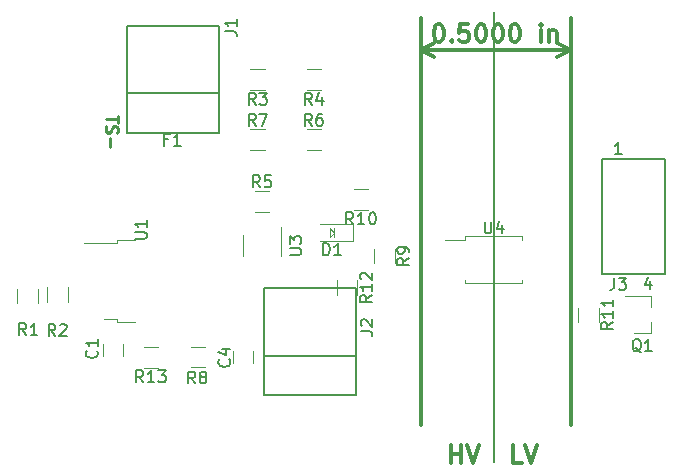
<source format=gbr>
G04 #@! TF.FileFunction,Legend,Top*
%FSLAX46Y46*%
G04 Gerber Fmt 4.6, Leading zero omitted, Abs format (unit mm)*
G04 Created by KiCad (PCBNEW 4.0.7) date 04/23/18 21:55:39*
%MOMM*%
%LPD*%
G01*
G04 APERTURE LIST*
%ADD10C,0.100000*%
%ADD11C,0.254000*%
%ADD12C,0.300000*%
%ADD13C,0.200000*%
%ADD14C,0.120000*%
%ADD15C,0.150000*%
G04 APERTURE END LIST*
D10*
D11*
X133701972Y-99533660D02*
X133701972Y-100114231D01*
X132685972Y-99823946D02*
X133701972Y-99823946D01*
X132734353Y-100404517D02*
X132685972Y-100549660D01*
X132685972Y-100791564D01*
X132734353Y-100888326D01*
X132782734Y-100936707D01*
X132879496Y-100985088D01*
X132976258Y-100985088D01*
X133073020Y-100936707D01*
X133121401Y-100888326D01*
X133169781Y-100791564D01*
X133218162Y-100598041D01*
X133266543Y-100501279D01*
X133314924Y-100452898D01*
X133411686Y-100404517D01*
X133508448Y-100404517D01*
X133605210Y-100452898D01*
X133653591Y-100501279D01*
X133701972Y-100598041D01*
X133701972Y-100839945D01*
X133653591Y-100985088D01*
X133073020Y-101420517D02*
X133073020Y-102194612D01*
D12*
X160814186Y-91780278D02*
X160957043Y-91780278D01*
X161099900Y-91851707D01*
X161171329Y-91923136D01*
X161242758Y-92065993D01*
X161314186Y-92351707D01*
X161314186Y-92708850D01*
X161242758Y-92994564D01*
X161171329Y-93137421D01*
X161099900Y-93208850D01*
X160957043Y-93280278D01*
X160814186Y-93280278D01*
X160671329Y-93208850D01*
X160599900Y-93137421D01*
X160528472Y-92994564D01*
X160457043Y-92708850D01*
X160457043Y-92351707D01*
X160528472Y-92065993D01*
X160599900Y-91923136D01*
X160671329Y-91851707D01*
X160814186Y-91780278D01*
X161957043Y-93137421D02*
X162028471Y-93208850D01*
X161957043Y-93280278D01*
X161885614Y-93208850D01*
X161957043Y-93137421D01*
X161957043Y-93280278D01*
X163385615Y-91780278D02*
X162671329Y-91780278D01*
X162599900Y-92494564D01*
X162671329Y-92423136D01*
X162814186Y-92351707D01*
X163171329Y-92351707D01*
X163314186Y-92423136D01*
X163385615Y-92494564D01*
X163457043Y-92637421D01*
X163457043Y-92994564D01*
X163385615Y-93137421D01*
X163314186Y-93208850D01*
X163171329Y-93280278D01*
X162814186Y-93280278D01*
X162671329Y-93208850D01*
X162599900Y-93137421D01*
X164385614Y-91780278D02*
X164528471Y-91780278D01*
X164671328Y-91851707D01*
X164742757Y-91923136D01*
X164814186Y-92065993D01*
X164885614Y-92351707D01*
X164885614Y-92708850D01*
X164814186Y-92994564D01*
X164742757Y-93137421D01*
X164671328Y-93208850D01*
X164528471Y-93280278D01*
X164385614Y-93280278D01*
X164242757Y-93208850D01*
X164171328Y-93137421D01*
X164099900Y-92994564D01*
X164028471Y-92708850D01*
X164028471Y-92351707D01*
X164099900Y-92065993D01*
X164171328Y-91923136D01*
X164242757Y-91851707D01*
X164385614Y-91780278D01*
X165814185Y-91780278D02*
X165957042Y-91780278D01*
X166099899Y-91851707D01*
X166171328Y-91923136D01*
X166242757Y-92065993D01*
X166314185Y-92351707D01*
X166314185Y-92708850D01*
X166242757Y-92994564D01*
X166171328Y-93137421D01*
X166099899Y-93208850D01*
X165957042Y-93280278D01*
X165814185Y-93280278D01*
X165671328Y-93208850D01*
X165599899Y-93137421D01*
X165528471Y-92994564D01*
X165457042Y-92708850D01*
X165457042Y-92351707D01*
X165528471Y-92065993D01*
X165599899Y-91923136D01*
X165671328Y-91851707D01*
X165814185Y-91780278D01*
X167242756Y-91780278D02*
X167385613Y-91780278D01*
X167528470Y-91851707D01*
X167599899Y-91923136D01*
X167671328Y-92065993D01*
X167742756Y-92351707D01*
X167742756Y-92708850D01*
X167671328Y-92994564D01*
X167599899Y-93137421D01*
X167528470Y-93208850D01*
X167385613Y-93280278D01*
X167242756Y-93280278D01*
X167099899Y-93208850D01*
X167028470Y-93137421D01*
X166957042Y-92994564D01*
X166885613Y-92708850D01*
X166885613Y-92351707D01*
X166957042Y-92065993D01*
X167028470Y-91923136D01*
X167099899Y-91851707D01*
X167242756Y-91780278D01*
X169528470Y-93280278D02*
X169528470Y-92280278D01*
X169528470Y-91780278D02*
X169457041Y-91851707D01*
X169528470Y-91923136D01*
X169599898Y-91851707D01*
X169528470Y-91780278D01*
X169528470Y-91923136D01*
X170242756Y-92280278D02*
X170242756Y-93280278D01*
X170242756Y-92423136D02*
X170314184Y-92351707D01*
X170457042Y-92280278D01*
X170671327Y-92280278D01*
X170814184Y-92351707D01*
X170885613Y-92494564D01*
X170885613Y-93280278D01*
X172057042Y-93951707D02*
X159357042Y-93951707D01*
X172057042Y-125701707D02*
X172057042Y-91251707D01*
X159357042Y-125701707D02*
X159357042Y-91251707D01*
X159357042Y-93951707D02*
X160483546Y-93365286D01*
X159357042Y-93951707D02*
X160483546Y-94538128D01*
X172057042Y-93951707D02*
X170930538Y-93365286D01*
X172057042Y-93951707D02*
X170930538Y-94538128D01*
X167892020Y-128920278D02*
X167177734Y-128920278D01*
X167177734Y-127420278D01*
X168177734Y-127420278D02*
X168677734Y-128920278D01*
X169177734Y-127420278D01*
X161919163Y-128920278D02*
X161919163Y-127420278D01*
X161919163Y-128134564D02*
X162776306Y-128134564D01*
X162776306Y-128920278D02*
X162776306Y-127420278D01*
X163276306Y-127420278D02*
X163776306Y-128920278D01*
X164276306Y-127420278D01*
D13*
X165530591Y-90776707D02*
X165530591Y-128876707D01*
D10*
X152015800Y-109073200D02*
X152015800Y-109423200D01*
X152015800Y-109423200D02*
X152015800Y-109773200D01*
X151665800Y-109073200D02*
X152015800Y-109423200D01*
X151665800Y-109123200D02*
X151665800Y-109073200D01*
X151665800Y-109073200D02*
X151665800Y-109123200D01*
X151665800Y-109773200D02*
X151665800Y-109123200D01*
X151715800Y-109723200D02*
X151665800Y-109773200D01*
X152015800Y-109423200D02*
X151715800Y-109723200D01*
D14*
X153615800Y-110123200D02*
X153615800Y-108723200D01*
X153615800Y-108723200D02*
X150815800Y-108723200D01*
X153615800Y-110123200D02*
X150815800Y-110123200D01*
X134149200Y-119864000D02*
X134149200Y-118864000D01*
X132449200Y-118864000D02*
X132449200Y-119864000D01*
X143422000Y-119489600D02*
X143422000Y-120489600D01*
X145122000Y-120489600D02*
X145122000Y-119489600D01*
D15*
X134480591Y-97641707D02*
X134480591Y-100951707D01*
X134480591Y-100951707D02*
X142280591Y-100951707D01*
X142280591Y-100951707D02*
X142280591Y-97641707D01*
X142280591Y-97641707D02*
X142280591Y-91919707D01*
X134480591Y-97641707D02*
X134480591Y-91919707D01*
X142280591Y-97641707D02*
X134480591Y-97641707D01*
X142280591Y-91919707D02*
X134480591Y-91919707D01*
X146108591Y-119866707D02*
X146108591Y-123176707D01*
X146108591Y-123176707D02*
X153908591Y-123176707D01*
X153908591Y-123176707D02*
X153908591Y-119866707D01*
X153908591Y-119866707D02*
X153908591Y-114144707D01*
X146108591Y-119866707D02*
X146108591Y-114144707D01*
X153908591Y-119866707D02*
X146108591Y-119866707D01*
X153908591Y-114144707D02*
X146108591Y-114144707D01*
D14*
X178847591Y-117949707D02*
X178847591Y-117019707D01*
X178847591Y-114789707D02*
X178847591Y-115719707D01*
X178847591Y-114789707D02*
X176687591Y-114789707D01*
X178847591Y-117949707D02*
X177387591Y-117949707D01*
X126924256Y-114186994D02*
X126924256Y-115386994D01*
X125164256Y-115386994D02*
X125164256Y-114186994D01*
X127704256Y-115259994D02*
X127704256Y-114059994D01*
X129464256Y-114059994D02*
X129464256Y-115259994D01*
X144930591Y-95611707D02*
X146130591Y-95611707D01*
X146130591Y-97371707D02*
X144930591Y-97371707D01*
X149690591Y-95611707D02*
X150890591Y-95611707D01*
X150890591Y-97371707D02*
X149690591Y-97371707D01*
X146512800Y-107661600D02*
X145312800Y-107661600D01*
X145312800Y-105901600D02*
X146512800Y-105901600D01*
X150890591Y-102451707D02*
X149690591Y-102451707D01*
X149690591Y-100691707D02*
X150890591Y-100691707D01*
X146130591Y-102451707D02*
X144930591Y-102451707D01*
X144930591Y-100691707D02*
X146130591Y-100691707D01*
X139862000Y-119084200D02*
X141062000Y-119084200D01*
X141062000Y-120844200D02*
X139862000Y-120844200D01*
X155379591Y-112016707D02*
X155379591Y-110816707D01*
X157139591Y-110816707D02*
X157139591Y-112016707D01*
X153679600Y-105723800D02*
X154879600Y-105723800D01*
X154879600Y-107483800D02*
X153679600Y-107483800D01*
X172651591Y-116969707D02*
X172651591Y-115769707D01*
X174411591Y-115769707D02*
X174411591Y-116969707D01*
X135131256Y-110069494D02*
X133631256Y-110069494D01*
X133631256Y-110069494D02*
X133631256Y-110339494D01*
X133631256Y-110339494D02*
X130801256Y-110339494D01*
X135131256Y-116969494D02*
X133631256Y-116969494D01*
X133631256Y-116969494D02*
X133631256Y-116699494D01*
X133631256Y-116699494D02*
X132531256Y-116699494D01*
X144287600Y-109640800D02*
X144287600Y-111440800D01*
X147507600Y-111440800D02*
X147507600Y-108990800D01*
X163130591Y-110031707D02*
X161430591Y-110031707D01*
X167930591Y-113431707D02*
X167930591Y-113731707D01*
X167930591Y-113731707D02*
X163130591Y-113731707D01*
X163130591Y-113731707D02*
X163130591Y-113431707D01*
X163130591Y-110031707D02*
X163130591Y-109731707D01*
X163130591Y-109731707D02*
X167930591Y-109731707D01*
X167930591Y-109731707D02*
X167930591Y-110031707D01*
D15*
X174691591Y-112893707D02*
X179991591Y-112893707D01*
X174691591Y-103203707D02*
X179991591Y-103203707D01*
X174691591Y-112893707D02*
X174691591Y-103203707D01*
X179991591Y-112893707D02*
X179991591Y-103203707D01*
D14*
X152225307Y-114664241D02*
X152225307Y-113464241D01*
X153985307Y-113464241D02*
X153985307Y-114664241D01*
X135899600Y-119109600D02*
X137099600Y-119109600D01*
X137099600Y-120869600D02*
X135899600Y-120869600D01*
D15*
X151077705Y-111325581D02*
X151077705Y-110325581D01*
X151315800Y-110325581D01*
X151458658Y-110373200D01*
X151553896Y-110468438D01*
X151601515Y-110563676D01*
X151649134Y-110754152D01*
X151649134Y-110897010D01*
X151601515Y-111087486D01*
X151553896Y-111182724D01*
X151458658Y-111277962D01*
X151315800Y-111325581D01*
X151077705Y-111325581D01*
X152601515Y-111325581D02*
X152030086Y-111325581D01*
X152315800Y-111325581D02*
X152315800Y-110325581D01*
X152220562Y-110468438D01*
X152125324Y-110563676D01*
X152030086Y-110611295D01*
X131903743Y-119419666D02*
X131951362Y-119467285D01*
X131998981Y-119610142D01*
X131998981Y-119705380D01*
X131951362Y-119848238D01*
X131856124Y-119943476D01*
X131760886Y-119991095D01*
X131570410Y-120038714D01*
X131427552Y-120038714D01*
X131237076Y-119991095D01*
X131141838Y-119943476D01*
X131046600Y-119848238D01*
X130998981Y-119705380D01*
X130998981Y-119610142D01*
X131046600Y-119467285D01*
X131094219Y-119419666D01*
X131998981Y-118467285D02*
X131998981Y-119038714D01*
X131998981Y-118753000D02*
X130998981Y-118753000D01*
X131141838Y-118848238D01*
X131237076Y-118943476D01*
X131284695Y-119038714D01*
X143129143Y-120156266D02*
X143176762Y-120203885D01*
X143224381Y-120346742D01*
X143224381Y-120441980D01*
X143176762Y-120584838D01*
X143081524Y-120680076D01*
X142986286Y-120727695D01*
X142795810Y-120775314D01*
X142652952Y-120775314D01*
X142462476Y-120727695D01*
X142367238Y-120680076D01*
X142272000Y-120584838D01*
X142224381Y-120441980D01*
X142224381Y-120346742D01*
X142272000Y-120203885D01*
X142319619Y-120156266D01*
X142557714Y-119299123D02*
X143224381Y-119299123D01*
X142176762Y-119537219D02*
X142891048Y-119775314D01*
X142891048Y-119156266D01*
X137987258Y-101540278D02*
X137653924Y-101540278D01*
X137653924Y-102064088D02*
X137653924Y-101064088D01*
X138130115Y-101064088D01*
X139034877Y-102064088D02*
X138463448Y-102064088D01*
X138749162Y-102064088D02*
X138749162Y-101064088D01*
X138653924Y-101206945D01*
X138558686Y-101302183D01*
X138463448Y-101349802D01*
X142757972Y-92380040D02*
X143472258Y-92380040D01*
X143615115Y-92427660D01*
X143710353Y-92522898D01*
X143757972Y-92665755D01*
X143757972Y-92760993D01*
X143757972Y-91380040D02*
X143757972Y-91951469D01*
X143757972Y-91665755D02*
X142757972Y-91665755D01*
X142900829Y-91760993D01*
X142996067Y-91856231D01*
X143043686Y-91951469D01*
X154260972Y-117760040D02*
X154975258Y-117760040D01*
X155118115Y-117807660D01*
X155213353Y-117902898D01*
X155260972Y-118045755D01*
X155260972Y-118140993D01*
X154356210Y-117331469D02*
X154308591Y-117283850D01*
X154260972Y-117188612D01*
X154260972Y-116950516D01*
X154308591Y-116855278D01*
X154356210Y-116807659D01*
X154451448Y-116760040D01*
X154546686Y-116760040D01*
X154689543Y-116807659D01*
X155260972Y-117379088D01*
X155260972Y-116760040D01*
X178012353Y-119557326D02*
X177917115Y-119509707D01*
X177821877Y-119414469D01*
X177679020Y-119271612D01*
X177583781Y-119223993D01*
X177488543Y-119223993D01*
X177536162Y-119462088D02*
X177440924Y-119414469D01*
X177345686Y-119319231D01*
X177298067Y-119128755D01*
X177298067Y-118795421D01*
X177345686Y-118604945D01*
X177440924Y-118509707D01*
X177536162Y-118462088D01*
X177726639Y-118462088D01*
X177821877Y-118509707D01*
X177917115Y-118604945D01*
X177964734Y-118795421D01*
X177964734Y-119128755D01*
X177917115Y-119319231D01*
X177821877Y-119414469D01*
X177726639Y-119462088D01*
X177536162Y-119462088D01*
X178917115Y-119462088D02*
X178345686Y-119462088D01*
X178631400Y-119462088D02*
X178631400Y-118462088D01*
X178536162Y-118604945D01*
X178440924Y-118700183D01*
X178345686Y-118747802D01*
X125941090Y-118094375D02*
X125607756Y-117618184D01*
X125369661Y-118094375D02*
X125369661Y-117094375D01*
X125750614Y-117094375D01*
X125845852Y-117141994D01*
X125893471Y-117189613D01*
X125941090Y-117284851D01*
X125941090Y-117427708D01*
X125893471Y-117522946D01*
X125845852Y-117570565D01*
X125750614Y-117618184D01*
X125369661Y-117618184D01*
X126893471Y-118094375D02*
X126322042Y-118094375D01*
X126607756Y-118094375D02*
X126607756Y-117094375D01*
X126512518Y-117237232D01*
X126417280Y-117332470D01*
X126322042Y-117380089D01*
X128417590Y-118157875D02*
X128084256Y-117681684D01*
X127846161Y-118157875D02*
X127846161Y-117157875D01*
X128227114Y-117157875D01*
X128322352Y-117205494D01*
X128369971Y-117253113D01*
X128417590Y-117348351D01*
X128417590Y-117491208D01*
X128369971Y-117586446D01*
X128322352Y-117634065D01*
X128227114Y-117681684D01*
X127846161Y-117681684D01*
X128798542Y-117253113D02*
X128846161Y-117205494D01*
X128941399Y-117157875D01*
X129179495Y-117157875D01*
X129274733Y-117205494D01*
X129322352Y-117253113D01*
X129369971Y-117348351D01*
X129369971Y-117443589D01*
X129322352Y-117586446D01*
X128750923Y-118157875D01*
X129369971Y-118157875D01*
X145363925Y-98594088D02*
X145030591Y-98117897D01*
X144792496Y-98594088D02*
X144792496Y-97594088D01*
X145173449Y-97594088D01*
X145268687Y-97641707D01*
X145316306Y-97689326D01*
X145363925Y-97784564D01*
X145363925Y-97927421D01*
X145316306Y-98022659D01*
X145268687Y-98070278D01*
X145173449Y-98117897D01*
X144792496Y-98117897D01*
X145697258Y-97594088D02*
X146316306Y-97594088D01*
X145982972Y-97975040D01*
X146125830Y-97975040D01*
X146221068Y-98022659D01*
X146268687Y-98070278D01*
X146316306Y-98165517D01*
X146316306Y-98403612D01*
X146268687Y-98498850D01*
X146221068Y-98546469D01*
X146125830Y-98594088D01*
X145840115Y-98594088D01*
X145744877Y-98546469D01*
X145697258Y-98498850D01*
X150123925Y-98594088D02*
X149790591Y-98117897D01*
X149552496Y-98594088D02*
X149552496Y-97594088D01*
X149933449Y-97594088D01*
X150028687Y-97641707D01*
X150076306Y-97689326D01*
X150123925Y-97784564D01*
X150123925Y-97927421D01*
X150076306Y-98022659D01*
X150028687Y-98070278D01*
X149933449Y-98117897D01*
X149552496Y-98117897D01*
X150981068Y-97927421D02*
X150981068Y-98594088D01*
X150742972Y-97546469D02*
X150504877Y-98260755D01*
X151123925Y-98260755D01*
X145746134Y-105583981D02*
X145412800Y-105107790D01*
X145174705Y-105583981D02*
X145174705Y-104583981D01*
X145555658Y-104583981D01*
X145650896Y-104631600D01*
X145698515Y-104679219D01*
X145746134Y-104774457D01*
X145746134Y-104917314D01*
X145698515Y-105012552D01*
X145650896Y-105060171D01*
X145555658Y-105107790D01*
X145174705Y-105107790D01*
X146650896Y-104583981D02*
X146174705Y-104583981D01*
X146127086Y-105060171D01*
X146174705Y-105012552D01*
X146269943Y-104964933D01*
X146508039Y-104964933D01*
X146603277Y-105012552D01*
X146650896Y-105060171D01*
X146698515Y-105155410D01*
X146698515Y-105393505D01*
X146650896Y-105488743D01*
X146603277Y-105536362D01*
X146508039Y-105583981D01*
X146269943Y-105583981D01*
X146174705Y-105536362D01*
X146127086Y-105488743D01*
X150123925Y-100374088D02*
X149790591Y-99897897D01*
X149552496Y-100374088D02*
X149552496Y-99374088D01*
X149933449Y-99374088D01*
X150028687Y-99421707D01*
X150076306Y-99469326D01*
X150123925Y-99564564D01*
X150123925Y-99707421D01*
X150076306Y-99802659D01*
X150028687Y-99850278D01*
X149933449Y-99897897D01*
X149552496Y-99897897D01*
X150981068Y-99374088D02*
X150790591Y-99374088D01*
X150695353Y-99421707D01*
X150647734Y-99469326D01*
X150552496Y-99612183D01*
X150504877Y-99802659D01*
X150504877Y-100183612D01*
X150552496Y-100278850D01*
X150600115Y-100326469D01*
X150695353Y-100374088D01*
X150885830Y-100374088D01*
X150981068Y-100326469D01*
X151028687Y-100278850D01*
X151076306Y-100183612D01*
X151076306Y-99945517D01*
X151028687Y-99850278D01*
X150981068Y-99802659D01*
X150885830Y-99755040D01*
X150695353Y-99755040D01*
X150600115Y-99802659D01*
X150552496Y-99850278D01*
X150504877Y-99945517D01*
X145363925Y-100374088D02*
X145030591Y-99897897D01*
X144792496Y-100374088D02*
X144792496Y-99374088D01*
X145173449Y-99374088D01*
X145268687Y-99421707D01*
X145316306Y-99469326D01*
X145363925Y-99564564D01*
X145363925Y-99707421D01*
X145316306Y-99802659D01*
X145268687Y-99850278D01*
X145173449Y-99897897D01*
X144792496Y-99897897D01*
X145697258Y-99374088D02*
X146363925Y-99374088D01*
X145935353Y-100374088D01*
X140254734Y-122194581D02*
X139921400Y-121718390D01*
X139683305Y-122194581D02*
X139683305Y-121194581D01*
X140064258Y-121194581D01*
X140159496Y-121242200D01*
X140207115Y-121289819D01*
X140254734Y-121385057D01*
X140254734Y-121527914D01*
X140207115Y-121623152D01*
X140159496Y-121670771D01*
X140064258Y-121718390D01*
X139683305Y-121718390D01*
X140826162Y-121623152D02*
X140730924Y-121575533D01*
X140683305Y-121527914D01*
X140635686Y-121432676D01*
X140635686Y-121385057D01*
X140683305Y-121289819D01*
X140730924Y-121242200D01*
X140826162Y-121194581D01*
X141016639Y-121194581D01*
X141111877Y-121242200D01*
X141159496Y-121289819D01*
X141207115Y-121385057D01*
X141207115Y-121432676D01*
X141159496Y-121527914D01*
X141111877Y-121575533D01*
X141016639Y-121623152D01*
X140826162Y-121623152D01*
X140730924Y-121670771D01*
X140683305Y-121718390D01*
X140635686Y-121813629D01*
X140635686Y-122004105D01*
X140683305Y-122099343D01*
X140730924Y-122146962D01*
X140826162Y-122194581D01*
X141016639Y-122194581D01*
X141111877Y-122146962D01*
X141159496Y-122099343D01*
X141207115Y-122004105D01*
X141207115Y-121813629D01*
X141159496Y-121718390D01*
X141111877Y-121670771D01*
X141016639Y-121623152D01*
X158361972Y-111583373D02*
X157885781Y-111916707D01*
X158361972Y-112154802D02*
X157361972Y-112154802D01*
X157361972Y-111773849D01*
X157409591Y-111678611D01*
X157457210Y-111630992D01*
X157552448Y-111583373D01*
X157695305Y-111583373D01*
X157790543Y-111630992D01*
X157838162Y-111678611D01*
X157885781Y-111773849D01*
X157885781Y-112154802D01*
X158361972Y-111107183D02*
X158361972Y-110916707D01*
X158314353Y-110821468D01*
X158266734Y-110773849D01*
X158123877Y-110678611D01*
X157933401Y-110630992D01*
X157552448Y-110630992D01*
X157457210Y-110678611D01*
X157409591Y-110726230D01*
X157361972Y-110821468D01*
X157361972Y-111011945D01*
X157409591Y-111107183D01*
X157457210Y-111154802D01*
X157552448Y-111202421D01*
X157790543Y-111202421D01*
X157885781Y-111154802D01*
X157933401Y-111107183D01*
X157981020Y-111011945D01*
X157981020Y-110821468D01*
X157933401Y-110726230D01*
X157885781Y-110678611D01*
X157790543Y-110630992D01*
X153636743Y-108706181D02*
X153303409Y-108229990D01*
X153065314Y-108706181D02*
X153065314Y-107706181D01*
X153446267Y-107706181D01*
X153541505Y-107753800D01*
X153589124Y-107801419D01*
X153636743Y-107896657D01*
X153636743Y-108039514D01*
X153589124Y-108134752D01*
X153541505Y-108182371D01*
X153446267Y-108229990D01*
X153065314Y-108229990D01*
X154589124Y-108706181D02*
X154017695Y-108706181D01*
X154303409Y-108706181D02*
X154303409Y-107706181D01*
X154208171Y-107849038D01*
X154112933Y-107944276D01*
X154017695Y-107991895D01*
X155208171Y-107706181D02*
X155303410Y-107706181D01*
X155398648Y-107753800D01*
X155446267Y-107801419D01*
X155493886Y-107896657D01*
X155541505Y-108087133D01*
X155541505Y-108325229D01*
X155493886Y-108515705D01*
X155446267Y-108610943D01*
X155398648Y-108658562D01*
X155303410Y-108706181D01*
X155208171Y-108706181D01*
X155112933Y-108658562D01*
X155065314Y-108610943D01*
X155017695Y-108515705D01*
X154970076Y-108325229D01*
X154970076Y-108087133D01*
X155017695Y-107896657D01*
X155065314Y-107801419D01*
X155112933Y-107753800D01*
X155208171Y-107706181D01*
X175633972Y-117012564D02*
X175157781Y-117345898D01*
X175633972Y-117583993D02*
X174633972Y-117583993D01*
X174633972Y-117203040D01*
X174681591Y-117107802D01*
X174729210Y-117060183D01*
X174824448Y-117012564D01*
X174967305Y-117012564D01*
X175062543Y-117060183D01*
X175110162Y-117107802D01*
X175157781Y-117203040D01*
X175157781Y-117583993D01*
X175633972Y-116060183D02*
X175633972Y-116631612D01*
X175633972Y-116345898D02*
X174633972Y-116345898D01*
X174776829Y-116441136D01*
X174872067Y-116536374D01*
X174919686Y-116631612D01*
X175633972Y-115107802D02*
X175633972Y-115679231D01*
X175633972Y-115393517D02*
X174633972Y-115393517D01*
X174776829Y-115488755D01*
X174872067Y-115583993D01*
X174919686Y-115679231D01*
X135137972Y-109953612D02*
X135947496Y-109953612D01*
X136042734Y-109905993D01*
X136090353Y-109858374D01*
X136137972Y-109763136D01*
X136137972Y-109572659D01*
X136090353Y-109477421D01*
X136042734Y-109429802D01*
X135947496Y-109382183D01*
X135137972Y-109382183D01*
X136137972Y-108382183D02*
X136137972Y-108953612D01*
X136137972Y-108667898D02*
X135137972Y-108667898D01*
X135280829Y-108763136D01*
X135376067Y-108858374D01*
X135423686Y-108953612D01*
X148249981Y-111302705D02*
X149059505Y-111302705D01*
X149154743Y-111255086D01*
X149202362Y-111207467D01*
X149249981Y-111112229D01*
X149249981Y-110921752D01*
X149202362Y-110826514D01*
X149154743Y-110778895D01*
X149059505Y-110731276D01*
X148249981Y-110731276D01*
X148249981Y-110350324D02*
X148249981Y-109731276D01*
X148630933Y-110064610D01*
X148630933Y-109921752D01*
X148678552Y-109826514D01*
X148726171Y-109778895D01*
X148821410Y-109731276D01*
X149059505Y-109731276D01*
X149154743Y-109778895D01*
X149202362Y-109826514D01*
X149249981Y-109921752D01*
X149249981Y-110207467D01*
X149202362Y-110302705D01*
X149154743Y-110350324D01*
X164768686Y-108484088D02*
X164768686Y-109293612D01*
X164816305Y-109388850D01*
X164863924Y-109436469D01*
X164959162Y-109484088D01*
X165149639Y-109484088D01*
X165244877Y-109436469D01*
X165292496Y-109388850D01*
X165340115Y-109293612D01*
X165340115Y-108484088D01*
X166244877Y-108817421D02*
X166244877Y-109484088D01*
X166006781Y-108436469D02*
X165768686Y-109150755D01*
X166387734Y-109150755D01*
X175728258Y-113266088D02*
X175728258Y-113980374D01*
X175680638Y-114123231D01*
X175585400Y-114218469D01*
X175442543Y-114266088D01*
X175347305Y-114266088D01*
X176109210Y-113266088D02*
X176728258Y-113266088D01*
X176394924Y-113647040D01*
X176537782Y-113647040D01*
X176633020Y-113694659D01*
X176680639Y-113742278D01*
X176728258Y-113837517D01*
X176728258Y-114075612D01*
X176680639Y-114170850D01*
X176633020Y-114218469D01*
X176537782Y-114266088D01*
X176252067Y-114266088D01*
X176156829Y-114218469D01*
X176109210Y-114170850D01*
X178802068Y-113549421D02*
X178802068Y-114216088D01*
X178563972Y-113168469D02*
X178325877Y-113882755D01*
X178944925Y-113882755D01*
X176357306Y-102786088D02*
X175785877Y-102786088D01*
X176071591Y-102786088D02*
X176071591Y-101786088D01*
X175976353Y-101928945D01*
X175881115Y-102024183D01*
X175785877Y-102071802D01*
X155207688Y-114707098D02*
X154731497Y-115040432D01*
X155207688Y-115278527D02*
X154207688Y-115278527D01*
X154207688Y-114897574D01*
X154255307Y-114802336D01*
X154302926Y-114754717D01*
X154398164Y-114707098D01*
X154541021Y-114707098D01*
X154636259Y-114754717D01*
X154683878Y-114802336D01*
X154731497Y-114897574D01*
X154731497Y-115278527D01*
X155207688Y-113754717D02*
X155207688Y-114326146D01*
X155207688Y-114040432D02*
X154207688Y-114040432D01*
X154350545Y-114135670D01*
X154445783Y-114230908D01*
X154493402Y-114326146D01*
X154302926Y-113373765D02*
X154255307Y-113326146D01*
X154207688Y-113230908D01*
X154207688Y-112992812D01*
X154255307Y-112897574D01*
X154302926Y-112849955D01*
X154398164Y-112802336D01*
X154493402Y-112802336D01*
X154636259Y-112849955D01*
X155207688Y-113421384D01*
X155207688Y-112802336D01*
X135856743Y-122091981D02*
X135523409Y-121615790D01*
X135285314Y-122091981D02*
X135285314Y-121091981D01*
X135666267Y-121091981D01*
X135761505Y-121139600D01*
X135809124Y-121187219D01*
X135856743Y-121282457D01*
X135856743Y-121425314D01*
X135809124Y-121520552D01*
X135761505Y-121568171D01*
X135666267Y-121615790D01*
X135285314Y-121615790D01*
X136809124Y-122091981D02*
X136237695Y-122091981D01*
X136523409Y-122091981D02*
X136523409Y-121091981D01*
X136428171Y-121234838D01*
X136332933Y-121330076D01*
X136237695Y-121377695D01*
X137142457Y-121091981D02*
X137761505Y-121091981D01*
X137428171Y-121472933D01*
X137571029Y-121472933D01*
X137666267Y-121520552D01*
X137713886Y-121568171D01*
X137761505Y-121663410D01*
X137761505Y-121901505D01*
X137713886Y-121996743D01*
X137666267Y-122044362D01*
X137571029Y-122091981D01*
X137285314Y-122091981D01*
X137190076Y-122044362D01*
X137142457Y-121996743D01*
M02*

</source>
